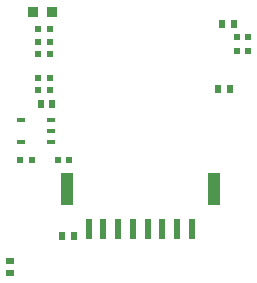
<source format=gbr>
G04 EAGLE Gerber RS-274X export*
G75*
%MOMM*%
%FSLAX34Y34*%
%LPD*%
%INSolderpaste Top*%
%IPPOS*%
%AMOC8*
5,1,8,0,0,1.08239X$1,22.5*%
G01*
G04 Define Apertures*
%ADD10R,0.920900X0.970200*%
%ADD11R,0.560000X0.629100*%
%ADD12R,0.600000X0.700000*%
%ADD13R,0.800100X0.457200*%
%ADD14R,0.600000X1.700000*%
%ADD15R,1.000000X2.800000*%
%ADD16R,0.700000X0.600000*%
D10*
X-74884Y40560D03*
X-90376Y40560D03*
D11*
X-76784Y26050D03*
X-86476Y26050D03*
X-76784Y-25210D03*
X-86476Y-25210D03*
X-76784Y-14780D03*
X-86476Y-14780D03*
X-69616Y-84918D03*
X-59924Y-84918D03*
X-91768Y-84818D03*
X-101460Y-84818D03*
X-76784Y4920D03*
X-86476Y4920D03*
X-76784Y15350D03*
X-86476Y15350D03*
D12*
X-84286Y-37028D03*
X-74286Y-37028D03*
D13*
X-75170Y-69346D03*
X-75170Y-59846D03*
X-75170Y-50346D03*
X-100696Y-50346D03*
X-100696Y-69346D03*
D12*
X69470Y30346D03*
X79470Y30346D03*
X-66374Y-148500D03*
X-56374Y-148500D03*
D11*
X81624Y7780D03*
X91316Y7780D03*
X81600Y19322D03*
X91292Y19322D03*
D12*
X66021Y-24177D03*
X76021Y-24177D03*
D14*
X6250Y-142656D03*
X18750Y-142656D03*
X31250Y-142656D03*
X43750Y-142656D03*
X-6250Y-142656D03*
X-18750Y-142656D03*
X-31250Y-142656D03*
X-43750Y-142656D03*
D15*
X62250Y-109156D03*
X-62250Y-109156D03*
D16*
X-110000Y-180000D03*
X-110000Y-170000D03*
M02*

</source>
